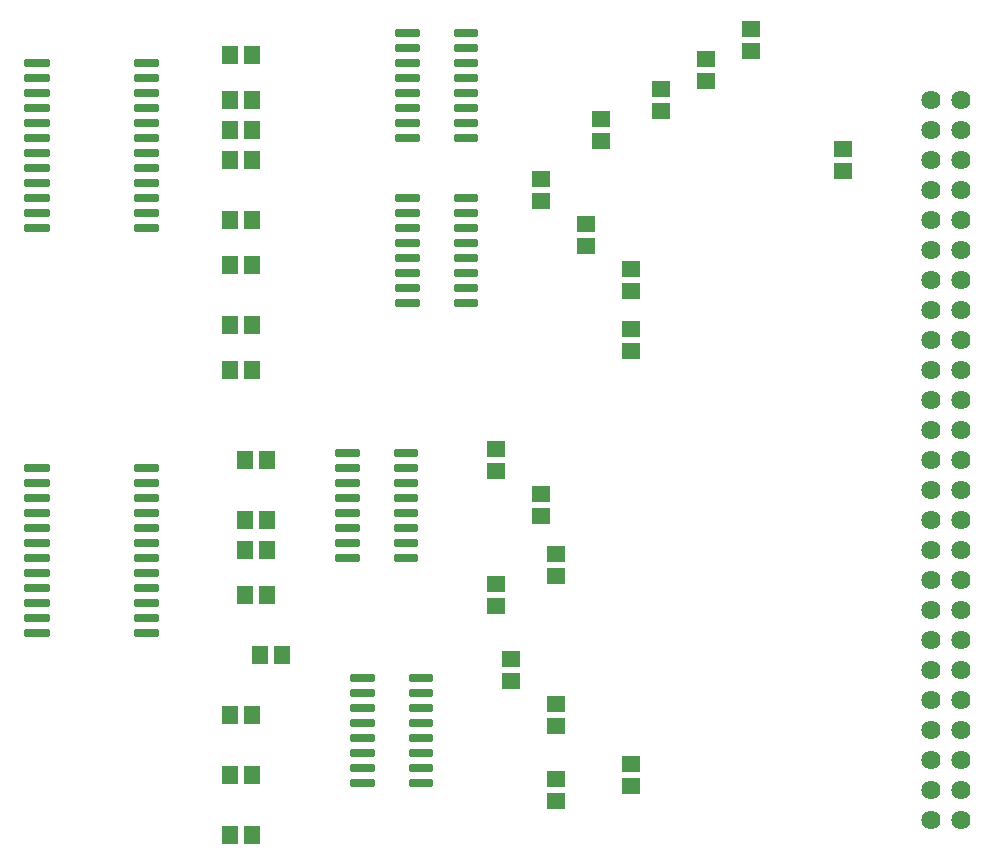
<source format=gts>
G04 EAGLE Gerber RS-274X export*
G75*
%MOMM*%
%FSLAX34Y34*%
%LPD*%
%INSoldermask Top*%
%IPPOS*%
%AMOC8*
5,1,8,0,0,1.08239X$1,22.5*%
G01*
%ADD10C,1.625600*%
%ADD11R,1.401600X1.601600*%
%ADD12R,1.601600X1.401600*%
%ADD13C,0.252575*%


D10*
X1092200Y787400D03*
X1117600Y787400D03*
X1092200Y762000D03*
X1117600Y762000D03*
X1092200Y736600D03*
X1117600Y736600D03*
X1092200Y711200D03*
X1117600Y711200D03*
X1092200Y685800D03*
X1117600Y685800D03*
X1092200Y660400D03*
X1117600Y660400D03*
X1092200Y635000D03*
X1117600Y635000D03*
X1092200Y609600D03*
X1117600Y609600D03*
X1092200Y584200D03*
X1117600Y584200D03*
X1092200Y558800D03*
X1117600Y558800D03*
X1092200Y533400D03*
X1117600Y533400D03*
X1092200Y508000D03*
X1117600Y508000D03*
X1092200Y482600D03*
X1117600Y482600D03*
X1092200Y457200D03*
X1117600Y457200D03*
X1092200Y431800D03*
X1117600Y431800D03*
X1092200Y406400D03*
X1117600Y406400D03*
X1092200Y381000D03*
X1117600Y381000D03*
X1092200Y355600D03*
X1117600Y355600D03*
X1092200Y330200D03*
X1117600Y330200D03*
X1092200Y304800D03*
X1117600Y304800D03*
X1092200Y279400D03*
X1117600Y279400D03*
X1092200Y254000D03*
X1117600Y254000D03*
X1092200Y228600D03*
X1117600Y228600D03*
X1092200Y203200D03*
X1117600Y203200D03*
X1092200Y177800D03*
X1117600Y177800D03*
D11*
X517500Y825500D03*
X498500Y825500D03*
X530200Y431800D03*
X511200Y431800D03*
X530200Y406400D03*
X511200Y406400D03*
X530200Y368300D03*
X511200Y368300D03*
X523900Y317500D03*
X542900Y317500D03*
X498500Y266700D03*
X517500Y266700D03*
X498500Y215900D03*
X517500Y215900D03*
X498500Y165100D03*
X517500Y165100D03*
D12*
X939800Y828700D03*
X939800Y847700D03*
X762000Y701700D03*
X762000Y720700D03*
X723900Y473100D03*
X723900Y492100D03*
D11*
X517500Y787400D03*
X498500Y787400D03*
D12*
X901700Y822300D03*
X901700Y803300D03*
X800100Y682600D03*
X800100Y663600D03*
X762000Y454000D03*
X762000Y435000D03*
X863600Y777900D03*
X863600Y796900D03*
X838200Y625500D03*
X838200Y644500D03*
X774700Y384200D03*
X774700Y403200D03*
X812800Y771500D03*
X812800Y752500D03*
X838200Y593700D03*
X838200Y574700D03*
X723900Y377800D03*
X723900Y358800D03*
X736600Y295300D03*
X736600Y314300D03*
D11*
X517500Y762000D03*
X498500Y762000D03*
D12*
X774700Y276200D03*
X774700Y257200D03*
X838200Y206400D03*
X838200Y225400D03*
X774700Y212700D03*
X774700Y193700D03*
X1017270Y727100D03*
X1017270Y746100D03*
D11*
X517500Y736600D03*
X498500Y736600D03*
X498500Y685800D03*
X517500Y685800D03*
X498500Y647700D03*
X517500Y647700D03*
X498500Y596900D03*
X517500Y596900D03*
X498500Y558800D03*
X517500Y558800D03*
X530200Y482600D03*
X511200Y482600D03*
D13*
X639255Y842305D02*
X657445Y842305D01*
X639255Y842305D02*
X639255Y846795D01*
X657445Y846795D01*
X657445Y842305D01*
X657445Y844705D02*
X639255Y844705D01*
X639255Y829605D02*
X657445Y829605D01*
X639255Y829605D02*
X639255Y834095D01*
X657445Y834095D01*
X657445Y829605D01*
X657445Y832005D02*
X639255Y832005D01*
X639255Y816905D02*
X657445Y816905D01*
X639255Y816905D02*
X639255Y821395D01*
X657445Y821395D01*
X657445Y816905D01*
X657445Y819305D02*
X639255Y819305D01*
X639255Y804205D02*
X657445Y804205D01*
X639255Y804205D02*
X639255Y808695D01*
X657445Y808695D01*
X657445Y804205D01*
X657445Y806605D02*
X639255Y806605D01*
X639255Y791505D02*
X657445Y791505D01*
X639255Y791505D02*
X639255Y795995D01*
X657445Y795995D01*
X657445Y791505D01*
X657445Y793905D02*
X639255Y793905D01*
X639255Y778805D02*
X657445Y778805D01*
X639255Y778805D02*
X639255Y783295D01*
X657445Y783295D01*
X657445Y778805D01*
X657445Y781205D02*
X639255Y781205D01*
X639255Y766105D02*
X657445Y766105D01*
X639255Y766105D02*
X639255Y770595D01*
X657445Y770595D01*
X657445Y766105D01*
X657445Y768505D02*
X639255Y768505D01*
X639255Y753405D02*
X657445Y753405D01*
X639255Y753405D02*
X639255Y757895D01*
X657445Y757895D01*
X657445Y753405D01*
X657445Y755805D02*
X639255Y755805D01*
X688755Y753405D02*
X706945Y753405D01*
X688755Y753405D02*
X688755Y757895D01*
X706945Y757895D01*
X706945Y753405D01*
X706945Y755805D02*
X688755Y755805D01*
X688755Y766105D02*
X706945Y766105D01*
X688755Y766105D02*
X688755Y770595D01*
X706945Y770595D01*
X706945Y766105D01*
X706945Y768505D02*
X688755Y768505D01*
X688755Y778805D02*
X706945Y778805D01*
X688755Y778805D02*
X688755Y783295D01*
X706945Y783295D01*
X706945Y778805D01*
X706945Y781205D02*
X688755Y781205D01*
X688755Y791505D02*
X706945Y791505D01*
X688755Y791505D02*
X688755Y795995D01*
X706945Y795995D01*
X706945Y791505D01*
X706945Y793905D02*
X688755Y793905D01*
X688755Y804205D02*
X706945Y804205D01*
X688755Y804205D02*
X688755Y808695D01*
X706945Y808695D01*
X706945Y804205D01*
X706945Y806605D02*
X688755Y806605D01*
X688755Y816905D02*
X706945Y816905D01*
X688755Y816905D02*
X688755Y821395D01*
X706945Y821395D01*
X706945Y816905D01*
X706945Y819305D02*
X688755Y819305D01*
X688755Y829605D02*
X706945Y829605D01*
X688755Y829605D02*
X688755Y834095D01*
X706945Y834095D01*
X706945Y829605D01*
X706945Y832005D02*
X688755Y832005D01*
X688755Y842305D02*
X706945Y842305D01*
X688755Y842305D02*
X688755Y846795D01*
X706945Y846795D01*
X706945Y842305D01*
X706945Y844705D02*
X688755Y844705D01*
X657445Y702605D02*
X639255Y702605D01*
X639255Y707095D01*
X657445Y707095D01*
X657445Y702605D01*
X657445Y705005D02*
X639255Y705005D01*
X639255Y689905D02*
X657445Y689905D01*
X639255Y689905D02*
X639255Y694395D01*
X657445Y694395D01*
X657445Y689905D01*
X657445Y692305D02*
X639255Y692305D01*
X639255Y677205D02*
X657445Y677205D01*
X639255Y677205D02*
X639255Y681695D01*
X657445Y681695D01*
X657445Y677205D01*
X657445Y679605D02*
X639255Y679605D01*
X639255Y664505D02*
X657445Y664505D01*
X639255Y664505D02*
X639255Y668995D01*
X657445Y668995D01*
X657445Y664505D01*
X657445Y666905D02*
X639255Y666905D01*
X639255Y651805D02*
X657445Y651805D01*
X639255Y651805D02*
X639255Y656295D01*
X657445Y656295D01*
X657445Y651805D01*
X657445Y654205D02*
X639255Y654205D01*
X639255Y639105D02*
X657445Y639105D01*
X639255Y639105D02*
X639255Y643595D01*
X657445Y643595D01*
X657445Y639105D01*
X657445Y641505D02*
X639255Y641505D01*
X639255Y626405D02*
X657445Y626405D01*
X639255Y626405D02*
X639255Y630895D01*
X657445Y630895D01*
X657445Y626405D01*
X657445Y628805D02*
X639255Y628805D01*
X639255Y613705D02*
X657445Y613705D01*
X639255Y613705D02*
X639255Y618195D01*
X657445Y618195D01*
X657445Y613705D01*
X657445Y616105D02*
X639255Y616105D01*
X688755Y613705D02*
X706945Y613705D01*
X688755Y613705D02*
X688755Y618195D01*
X706945Y618195D01*
X706945Y613705D01*
X706945Y616105D02*
X688755Y616105D01*
X688755Y626405D02*
X706945Y626405D01*
X688755Y626405D02*
X688755Y630895D01*
X706945Y630895D01*
X706945Y626405D01*
X706945Y628805D02*
X688755Y628805D01*
X688755Y639105D02*
X706945Y639105D01*
X688755Y639105D02*
X688755Y643595D01*
X706945Y643595D01*
X706945Y639105D01*
X706945Y641505D02*
X688755Y641505D01*
X688755Y651805D02*
X706945Y651805D01*
X688755Y651805D02*
X688755Y656295D01*
X706945Y656295D01*
X706945Y651805D01*
X706945Y654205D02*
X688755Y654205D01*
X688755Y664505D02*
X706945Y664505D01*
X688755Y664505D02*
X688755Y668995D01*
X706945Y668995D01*
X706945Y664505D01*
X706945Y666905D02*
X688755Y666905D01*
X688755Y677205D02*
X706945Y677205D01*
X688755Y677205D02*
X688755Y681695D01*
X706945Y681695D01*
X706945Y677205D01*
X706945Y679605D02*
X688755Y679605D01*
X688755Y689905D02*
X706945Y689905D01*
X688755Y689905D02*
X688755Y694395D01*
X706945Y694395D01*
X706945Y689905D01*
X706945Y692305D02*
X688755Y692305D01*
X688755Y702605D02*
X706945Y702605D01*
X688755Y702605D02*
X688755Y707095D01*
X706945Y707095D01*
X706945Y702605D01*
X706945Y705005D02*
X688755Y705005D01*
X606645Y486705D02*
X588455Y486705D01*
X588455Y491195D01*
X606645Y491195D01*
X606645Y486705D01*
X606645Y489105D02*
X588455Y489105D01*
X588455Y474005D02*
X606645Y474005D01*
X588455Y474005D02*
X588455Y478495D01*
X606645Y478495D01*
X606645Y474005D01*
X606645Y476405D02*
X588455Y476405D01*
X588455Y461305D02*
X606645Y461305D01*
X588455Y461305D02*
X588455Y465795D01*
X606645Y465795D01*
X606645Y461305D01*
X606645Y463705D02*
X588455Y463705D01*
X588455Y448605D02*
X606645Y448605D01*
X588455Y448605D02*
X588455Y453095D01*
X606645Y453095D01*
X606645Y448605D01*
X606645Y451005D02*
X588455Y451005D01*
X588455Y435905D02*
X606645Y435905D01*
X588455Y435905D02*
X588455Y440395D01*
X606645Y440395D01*
X606645Y435905D01*
X606645Y438305D02*
X588455Y438305D01*
X588455Y423205D02*
X606645Y423205D01*
X588455Y423205D02*
X588455Y427695D01*
X606645Y427695D01*
X606645Y423205D01*
X606645Y425605D02*
X588455Y425605D01*
X588455Y410505D02*
X606645Y410505D01*
X588455Y410505D02*
X588455Y414995D01*
X606645Y414995D01*
X606645Y410505D01*
X606645Y412905D02*
X588455Y412905D01*
X588455Y397805D02*
X606645Y397805D01*
X588455Y397805D02*
X588455Y402295D01*
X606645Y402295D01*
X606645Y397805D01*
X606645Y400205D02*
X588455Y400205D01*
X637955Y397805D02*
X656145Y397805D01*
X637955Y397805D02*
X637955Y402295D01*
X656145Y402295D01*
X656145Y397805D01*
X656145Y400205D02*
X637955Y400205D01*
X637955Y410505D02*
X656145Y410505D01*
X637955Y410505D02*
X637955Y414995D01*
X656145Y414995D01*
X656145Y410505D01*
X656145Y412905D02*
X637955Y412905D01*
X637955Y423205D02*
X656145Y423205D01*
X637955Y423205D02*
X637955Y427695D01*
X656145Y427695D01*
X656145Y423205D01*
X656145Y425605D02*
X637955Y425605D01*
X637955Y435905D02*
X656145Y435905D01*
X637955Y435905D02*
X637955Y440395D01*
X656145Y440395D01*
X656145Y435905D01*
X656145Y438305D02*
X637955Y438305D01*
X637955Y448605D02*
X656145Y448605D01*
X637955Y448605D02*
X637955Y453095D01*
X656145Y453095D01*
X656145Y448605D01*
X656145Y451005D02*
X637955Y451005D01*
X637955Y461305D02*
X656145Y461305D01*
X637955Y461305D02*
X637955Y465795D01*
X656145Y465795D01*
X656145Y461305D01*
X656145Y463705D02*
X637955Y463705D01*
X637955Y474005D02*
X656145Y474005D01*
X637955Y474005D02*
X637955Y478495D01*
X656145Y478495D01*
X656145Y474005D01*
X656145Y476405D02*
X637955Y476405D01*
X637955Y486705D02*
X656145Y486705D01*
X637955Y486705D02*
X637955Y491195D01*
X656145Y491195D01*
X656145Y486705D01*
X656145Y489105D02*
X637955Y489105D01*
X619345Y296205D02*
X601155Y296205D01*
X601155Y300695D01*
X619345Y300695D01*
X619345Y296205D01*
X619345Y298605D02*
X601155Y298605D01*
X601155Y283505D02*
X619345Y283505D01*
X601155Y283505D02*
X601155Y287995D01*
X619345Y287995D01*
X619345Y283505D01*
X619345Y285905D02*
X601155Y285905D01*
X601155Y270805D02*
X619345Y270805D01*
X601155Y270805D02*
X601155Y275295D01*
X619345Y275295D01*
X619345Y270805D01*
X619345Y273205D02*
X601155Y273205D01*
X601155Y258105D02*
X619345Y258105D01*
X601155Y258105D02*
X601155Y262595D01*
X619345Y262595D01*
X619345Y258105D01*
X619345Y260505D02*
X601155Y260505D01*
X601155Y245405D02*
X619345Y245405D01*
X601155Y245405D02*
X601155Y249895D01*
X619345Y249895D01*
X619345Y245405D01*
X619345Y247805D02*
X601155Y247805D01*
X601155Y232705D02*
X619345Y232705D01*
X601155Y232705D02*
X601155Y237195D01*
X619345Y237195D01*
X619345Y232705D01*
X619345Y235105D02*
X601155Y235105D01*
X601155Y220005D02*
X619345Y220005D01*
X601155Y220005D02*
X601155Y224495D01*
X619345Y224495D01*
X619345Y220005D01*
X619345Y222405D02*
X601155Y222405D01*
X601155Y207305D02*
X619345Y207305D01*
X601155Y207305D02*
X601155Y211795D01*
X619345Y211795D01*
X619345Y207305D01*
X619345Y209705D02*
X601155Y209705D01*
X650655Y207305D02*
X668845Y207305D01*
X650655Y207305D02*
X650655Y211795D01*
X668845Y211795D01*
X668845Y207305D01*
X668845Y209705D02*
X650655Y209705D01*
X650655Y220005D02*
X668845Y220005D01*
X650655Y220005D02*
X650655Y224495D01*
X668845Y224495D01*
X668845Y220005D01*
X668845Y222405D02*
X650655Y222405D01*
X650655Y232705D02*
X668845Y232705D01*
X650655Y232705D02*
X650655Y237195D01*
X668845Y237195D01*
X668845Y232705D01*
X668845Y235105D02*
X650655Y235105D01*
X650655Y245405D02*
X668845Y245405D01*
X650655Y245405D02*
X650655Y249895D01*
X668845Y249895D01*
X668845Y245405D01*
X668845Y247805D02*
X650655Y247805D01*
X650655Y258105D02*
X668845Y258105D01*
X650655Y258105D02*
X650655Y262595D01*
X668845Y262595D01*
X668845Y258105D01*
X668845Y260505D02*
X650655Y260505D01*
X650655Y270805D02*
X668845Y270805D01*
X650655Y270805D02*
X650655Y275295D01*
X668845Y275295D01*
X668845Y270805D01*
X668845Y273205D02*
X650655Y273205D01*
X650655Y283505D02*
X668845Y283505D01*
X650655Y283505D02*
X650655Y287995D01*
X668845Y287995D01*
X668845Y283505D01*
X668845Y285905D02*
X650655Y285905D01*
X650655Y296205D02*
X668845Y296205D01*
X650655Y296205D02*
X650655Y300695D01*
X668845Y300695D01*
X668845Y296205D01*
X668845Y298605D02*
X650655Y298605D01*
X344145Y816905D02*
X325055Y816905D01*
X325055Y821395D01*
X344145Y821395D01*
X344145Y816905D01*
X344145Y819305D02*
X325055Y819305D01*
X325055Y804205D02*
X344145Y804205D01*
X325055Y804205D02*
X325055Y808695D01*
X344145Y808695D01*
X344145Y804205D01*
X344145Y806605D02*
X325055Y806605D01*
X325055Y791505D02*
X344145Y791505D01*
X325055Y791505D02*
X325055Y795995D01*
X344145Y795995D01*
X344145Y791505D01*
X344145Y793905D02*
X325055Y793905D01*
X325055Y778805D02*
X344145Y778805D01*
X325055Y778805D02*
X325055Y783295D01*
X344145Y783295D01*
X344145Y778805D01*
X344145Y781205D02*
X325055Y781205D01*
X325055Y766105D02*
X344145Y766105D01*
X325055Y766105D02*
X325055Y770595D01*
X344145Y770595D01*
X344145Y766105D01*
X344145Y768505D02*
X325055Y768505D01*
X325055Y753405D02*
X344145Y753405D01*
X325055Y753405D02*
X325055Y757895D01*
X344145Y757895D01*
X344145Y753405D01*
X344145Y755805D02*
X325055Y755805D01*
X325055Y740705D02*
X344145Y740705D01*
X325055Y740705D02*
X325055Y745195D01*
X344145Y745195D01*
X344145Y740705D01*
X344145Y743105D02*
X325055Y743105D01*
X325055Y728005D02*
X344145Y728005D01*
X325055Y728005D02*
X325055Y732495D01*
X344145Y732495D01*
X344145Y728005D01*
X344145Y730405D02*
X325055Y730405D01*
X325055Y715305D02*
X344145Y715305D01*
X325055Y715305D02*
X325055Y719795D01*
X344145Y719795D01*
X344145Y715305D01*
X344145Y717705D02*
X325055Y717705D01*
X325055Y702605D02*
X344145Y702605D01*
X325055Y702605D02*
X325055Y707095D01*
X344145Y707095D01*
X344145Y702605D01*
X344145Y705005D02*
X325055Y705005D01*
X325055Y689905D02*
X344145Y689905D01*
X325055Y689905D02*
X325055Y694395D01*
X344145Y694395D01*
X344145Y689905D01*
X344145Y692305D02*
X325055Y692305D01*
X325055Y677205D02*
X344145Y677205D01*
X325055Y677205D02*
X325055Y681695D01*
X344145Y681695D01*
X344145Y677205D01*
X344145Y679605D02*
X325055Y679605D01*
X417855Y677205D02*
X436945Y677205D01*
X417855Y677205D02*
X417855Y681695D01*
X436945Y681695D01*
X436945Y677205D01*
X436945Y679605D02*
X417855Y679605D01*
X417855Y689905D02*
X436945Y689905D01*
X417855Y689905D02*
X417855Y694395D01*
X436945Y694395D01*
X436945Y689905D01*
X436945Y692305D02*
X417855Y692305D01*
X417855Y702605D02*
X436945Y702605D01*
X417855Y702605D02*
X417855Y707095D01*
X436945Y707095D01*
X436945Y702605D01*
X436945Y705005D02*
X417855Y705005D01*
X417855Y715305D02*
X436945Y715305D01*
X417855Y715305D02*
X417855Y719795D01*
X436945Y719795D01*
X436945Y715305D01*
X436945Y717705D02*
X417855Y717705D01*
X417855Y728005D02*
X436945Y728005D01*
X417855Y728005D02*
X417855Y732495D01*
X436945Y732495D01*
X436945Y728005D01*
X436945Y730405D02*
X417855Y730405D01*
X417855Y740705D02*
X436945Y740705D01*
X417855Y740705D02*
X417855Y745195D01*
X436945Y745195D01*
X436945Y740705D01*
X436945Y743105D02*
X417855Y743105D01*
X417855Y753405D02*
X436945Y753405D01*
X417855Y753405D02*
X417855Y757895D01*
X436945Y757895D01*
X436945Y753405D01*
X436945Y755805D02*
X417855Y755805D01*
X417855Y766105D02*
X436945Y766105D01*
X417855Y766105D02*
X417855Y770595D01*
X436945Y770595D01*
X436945Y766105D01*
X436945Y768505D02*
X417855Y768505D01*
X417855Y778805D02*
X436945Y778805D01*
X417855Y778805D02*
X417855Y783295D01*
X436945Y783295D01*
X436945Y778805D01*
X436945Y781205D02*
X417855Y781205D01*
X417855Y791505D02*
X436945Y791505D01*
X417855Y791505D02*
X417855Y795995D01*
X436945Y795995D01*
X436945Y791505D01*
X436945Y793905D02*
X417855Y793905D01*
X417855Y804205D02*
X436945Y804205D01*
X417855Y804205D02*
X417855Y808695D01*
X436945Y808695D01*
X436945Y804205D01*
X436945Y806605D02*
X417855Y806605D01*
X417855Y816905D02*
X436945Y816905D01*
X417855Y816905D02*
X417855Y821395D01*
X436945Y821395D01*
X436945Y816905D01*
X436945Y819305D02*
X417855Y819305D01*
X344145Y474005D02*
X325055Y474005D01*
X325055Y478495D01*
X344145Y478495D01*
X344145Y474005D01*
X344145Y476405D02*
X325055Y476405D01*
X325055Y461305D02*
X344145Y461305D01*
X325055Y461305D02*
X325055Y465795D01*
X344145Y465795D01*
X344145Y461305D01*
X344145Y463705D02*
X325055Y463705D01*
X325055Y448605D02*
X344145Y448605D01*
X325055Y448605D02*
X325055Y453095D01*
X344145Y453095D01*
X344145Y448605D01*
X344145Y451005D02*
X325055Y451005D01*
X325055Y435905D02*
X344145Y435905D01*
X325055Y435905D02*
X325055Y440395D01*
X344145Y440395D01*
X344145Y435905D01*
X344145Y438305D02*
X325055Y438305D01*
X325055Y423205D02*
X344145Y423205D01*
X325055Y423205D02*
X325055Y427695D01*
X344145Y427695D01*
X344145Y423205D01*
X344145Y425605D02*
X325055Y425605D01*
X325055Y410505D02*
X344145Y410505D01*
X325055Y410505D02*
X325055Y414995D01*
X344145Y414995D01*
X344145Y410505D01*
X344145Y412905D02*
X325055Y412905D01*
X325055Y397805D02*
X344145Y397805D01*
X325055Y397805D02*
X325055Y402295D01*
X344145Y402295D01*
X344145Y397805D01*
X344145Y400205D02*
X325055Y400205D01*
X325055Y385105D02*
X344145Y385105D01*
X325055Y385105D02*
X325055Y389595D01*
X344145Y389595D01*
X344145Y385105D01*
X344145Y387505D02*
X325055Y387505D01*
X325055Y372405D02*
X344145Y372405D01*
X325055Y372405D02*
X325055Y376895D01*
X344145Y376895D01*
X344145Y372405D01*
X344145Y374805D02*
X325055Y374805D01*
X325055Y359705D02*
X344145Y359705D01*
X325055Y359705D02*
X325055Y364195D01*
X344145Y364195D01*
X344145Y359705D01*
X344145Y362105D02*
X325055Y362105D01*
X325055Y347005D02*
X344145Y347005D01*
X325055Y347005D02*
X325055Y351495D01*
X344145Y351495D01*
X344145Y347005D01*
X344145Y349405D02*
X325055Y349405D01*
X325055Y334305D02*
X344145Y334305D01*
X325055Y334305D02*
X325055Y338795D01*
X344145Y338795D01*
X344145Y334305D01*
X344145Y336705D02*
X325055Y336705D01*
X417855Y334305D02*
X436945Y334305D01*
X417855Y334305D02*
X417855Y338795D01*
X436945Y338795D01*
X436945Y334305D01*
X436945Y336705D02*
X417855Y336705D01*
X417855Y347005D02*
X436945Y347005D01*
X417855Y347005D02*
X417855Y351495D01*
X436945Y351495D01*
X436945Y347005D01*
X436945Y349405D02*
X417855Y349405D01*
X417855Y359705D02*
X436945Y359705D01*
X417855Y359705D02*
X417855Y364195D01*
X436945Y364195D01*
X436945Y359705D01*
X436945Y362105D02*
X417855Y362105D01*
X417855Y372405D02*
X436945Y372405D01*
X417855Y372405D02*
X417855Y376895D01*
X436945Y376895D01*
X436945Y372405D01*
X436945Y374805D02*
X417855Y374805D01*
X417855Y385105D02*
X436945Y385105D01*
X417855Y385105D02*
X417855Y389595D01*
X436945Y389595D01*
X436945Y385105D01*
X436945Y387505D02*
X417855Y387505D01*
X417855Y397805D02*
X436945Y397805D01*
X417855Y397805D02*
X417855Y402295D01*
X436945Y402295D01*
X436945Y397805D01*
X436945Y400205D02*
X417855Y400205D01*
X417855Y410505D02*
X436945Y410505D01*
X417855Y410505D02*
X417855Y414995D01*
X436945Y414995D01*
X436945Y410505D01*
X436945Y412905D02*
X417855Y412905D01*
X417855Y423205D02*
X436945Y423205D01*
X417855Y423205D02*
X417855Y427695D01*
X436945Y427695D01*
X436945Y423205D01*
X436945Y425605D02*
X417855Y425605D01*
X417855Y435905D02*
X436945Y435905D01*
X417855Y435905D02*
X417855Y440395D01*
X436945Y440395D01*
X436945Y435905D01*
X436945Y438305D02*
X417855Y438305D01*
X417855Y448605D02*
X436945Y448605D01*
X417855Y448605D02*
X417855Y453095D01*
X436945Y453095D01*
X436945Y448605D01*
X436945Y451005D02*
X417855Y451005D01*
X417855Y461305D02*
X436945Y461305D01*
X417855Y461305D02*
X417855Y465795D01*
X436945Y465795D01*
X436945Y461305D01*
X436945Y463705D02*
X417855Y463705D01*
X417855Y474005D02*
X436945Y474005D01*
X417855Y474005D02*
X417855Y478495D01*
X436945Y478495D01*
X436945Y474005D01*
X436945Y476405D02*
X417855Y476405D01*
M02*

</source>
